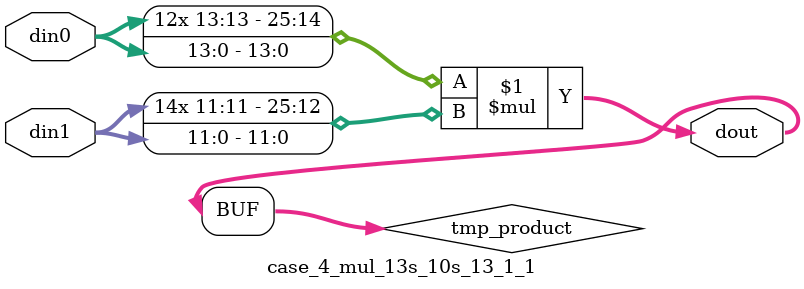
<source format=v>

`timescale 1 ns / 1 ps

 module case_4_mul_13s_10s_13_1_1(din0, din1, dout);
parameter ID = 1;
parameter NUM_STAGE = 0;
parameter din0_WIDTH = 14;
parameter din1_WIDTH = 12;
parameter dout_WIDTH = 26;

input [din0_WIDTH - 1 : 0] din0; 
input [din1_WIDTH - 1 : 0] din1; 
output [dout_WIDTH - 1 : 0] dout;

wire signed [dout_WIDTH - 1 : 0] tmp_product;



























assign tmp_product = $signed(din0) * $signed(din1);








assign dout = tmp_product;





















endmodule

</source>
